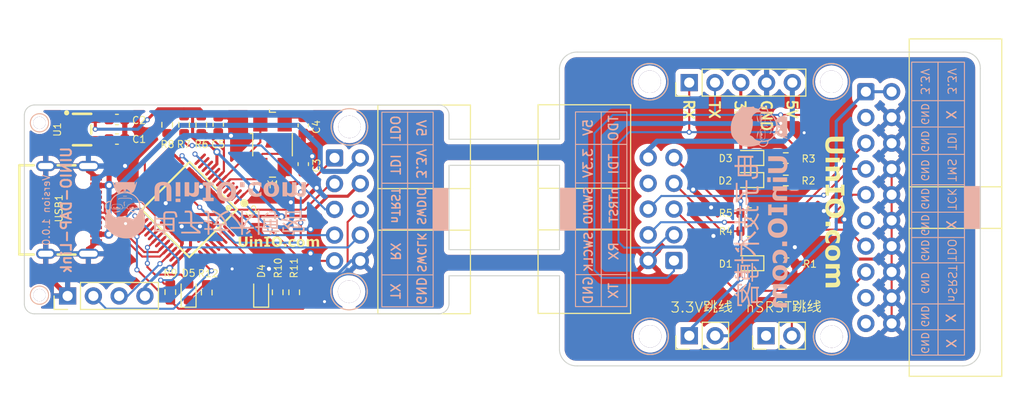
<source format=kicad_pcb>
(kicad_pcb (version 20211014) (generator pcbnew)
  (title_block (title "UINIO-DAP-Link") (date "2022-10-26") (rev "Version 1.0.0") (company "电子技术博客 UinIO.com"))
  (layers (0 "F.Cu" signal) (31 "B.Cu" signal) (34 "B.Paste" user) (35 "F.Paste" user) (36 "B.SilkS" user "B.Silkscreen") (37 "F.SilkS" user "F.Silkscreen") (38 "B.Mask" user) (39 "F.Mask" user) (44 "Edge.Cuts" user))
  (net 0 "")
  (net 1 "GND")
  (net 2 "Net-(C1-Pad2)")
  (net 3 "/VDD_3.3V")
  (net 4 "Net-(C3-Pad2)")
  (net 5 "Net-(C4-Pad2)")
  (net 6 "Net-(D1-Pad1)")
  (net 7 "/3.3V_Input")
  (net 8 "Net-(D2-Pad1)")
  (net 9 "Net-(D3-Pad1)")
  (net 10 "/_USART2_RX")
  (net 11 "/_USART2_TX")
  (net 12 "/3.3V_Output")
  (net 13 "/nTRST")
  (net 14 "/RTCK")
  (net 15 "/_VDD_5V")
  (net 16 "/_VDD_3.3V")
  (net 17 "/_JTAG_TMS{slash}SWDIO")
  (net 18 "/_JTAG_TCK{slash}SWCLK")
  (net 19 "/Download_SWCLK")
  (net 20 "/Download_SWDIO")
  (net 21 "/USART2_TX")
  (net 22 "/USART2_RX")
  (net 23 "/JTAG_nTRST")
  (net 24 "/JTAG_TDO")
  (net 25 "/JTAG_TDI")
  (net 26 "/JTAG_TCK{slash}SWCLK")
  (net 27 "/JTAG_TMS{slash}SWDIO")
  (net 28 "/VDD_5V")
  (net 29 "/_JTAG_TDO")
  (net 30 "/_JTAG_TDI")
  (net 31 "/BOOT1")
  (net 32 "Net-(C5-Pad1)")
  (net 33 "Net-(R9-Pad2)")
  (net 34 "Net-(R10-Pad1)")
  (net 35 "/USB_ENUM")
  (net 36 "Net-(D4-Pad1)")
  (net 37 "/USB_Data_N")
  (net 38 "/USB_Data_P")
  (net 39 "Net-(D4-Pad2)")
  (net 44 "Net-(D5-Pad1)")
  (net 45 "Net-(D5-Pad2)")
  (net 49 "Net-(U2-Pad5)")
  (net 50 "Net-(U2-Pad6)")
  (net 67 "Net-(J5-Pad7)")
  (net 68 "Net-(J5-Pad9)")
  (net 71 "/_JTAG_nSRST_Output")
  (net 72 "/_JTAG_nSRST_Input")
  (footprint "Connector_PinHeader_2.54mm:PinHeader_1x04_P2.54mm_Vertical" (layer "F.Cu") (at 106.94 115.94 90)
    (fp_text reference "J6" hide)
    (fp_text value "DAPLink 固件下载接口")
  )
  (footprint "Uinio:Hole-1mm" (layer "F.Cu") (at 104.17 115.86)
    (fp_text reference "HOLE2" hide)
    (fp_text value "Hole-1mm" hide)
  )
  (footprint "Connector_IDC:IDC-Header_2x05_P2.54mm_Horizontal" (layer "F.Cu") (at 133.24 102.32)
    (fp_text reference "J7" hide)
    (fp_text value "JTAG/SWD 下载接口")
  )
  (footprint "LOGO" (layer "F.Cu") (at 182.58 107.65 -90)
    (fp_text reference "")
    (fp_text value "" hide)
  )
  (footprint "LED_SMD:LED_0603_1608Metric" (layer "F.Cu") (at 174.05 112.71 180)
    (fp_text reference "D1")
    (fp_text value "LED_Red")
  )
  (footprint "Capacitor_SMD:C_0603_1608Metric" (layer "F.Cu") (at 130.16 102.934 -90)
    (fp_text reference "C3")
    (fp_text value "20pF")
  )
  (footprint "Resistor_SMD:R_0603_1608Metric" (layer "F.Cu") (at 129.265 115.58 -90)
    (fp_text reference "R11")
    (fp_text value "10K")
  )
  (footprint "Capacitor_SMD:C_0603_1608Metric" (layer "F.Cu") (at 111.8 98.534)
    (fp_text reference "C2")
    (fp_text value "10uF")
  )
  (footprint "Resistor_SMD:R_0603_1608Metric" (layer "F.Cu") (at 177.699 104.55)
    (fp_text reference "R2")
    (fp_text value "1.5K")
  )
  (footprint "Uinio:Hole-2mm" (layer "F.Cu") (at 182.194 94.81)
    (fp_text reference "HOLE8" hide)
    (fp_text value "Hole-2mm" hide)
  )
  (footprint "LED_SMD:LED_0603_1608Metric" (layer "F.Cu") (at 174.04 102.33 180)
    (fp_text reference "D3")
    (fp_text value "LED_Blue")
  )
  (footprint "Uinio:Hole-2mm" (layer "F.Cu") (at 182.214 119.95)
    (fp_text reference "HOLE7" hide)
    (fp_text value "Hole-2mm" hide)
  )
  (footprint "Capacitor_SMD:C_0603_1608Metric" (layer "F.Cu") (at 121.783334 99.05 90)
    (fp_text reference "C5")
    (fp_text value "0.1uF")
  )
  (footprint "Connector_IDC:IDC-Header_2x10_P2.54mm_Horizontal" (layer "F.Cu") (at 185.5885 95.792)
    (fp_text reference "J2" hide)
    (fp_text value "扩展板 JTAG 输出")
  )
  (footprint "Crystal:Crystal_SMD_0603-4Pin_6.0x3.5mm" (layer "F.Cu") (at 127.13 101.02 -90)
    (fp_text reference "Y1")
    (fp_text value "Crystal_GND24")
  )
  (footprint "LOGO" (layer "F.Cu") (at 127.75 110.57)
    (fp_text reference "")
    (fp_text value "" hide)
  )
  (footprint "LED_SMD:LED_0603_1608Metric" (layer "F.Cu") (at 126.01 115.56 90)
    (fp_text reference "D4")
    (fp_text value "LED_Blue")
  )
  (footprint "Resistor_SMD:R_0603_1608Metric" (layer "F.Cu") (at 177.699 102.34)
    (fp_text reference "R3")
    (fp_text value "1.5K")
  )
  (footprint "Resistor_SMD:R_0603_1608Metric" (layer "F.Cu") (at 120.65 115.6 -90)
    (fp_text reference "R12")
    (fp_text value "10K")
  )
  (footprint "Uinio:SOT-23-5_L3.0-W1.7-P0.95-LS2.8-BR" (layer "F.Cu") (at 108.37 99.524 180)
    (fp_text reference "U1")
    (fp_text value "ME6211")
  )
  (footprint "Connector_PinHeader_2.54mm:PinHeader_1x02_P2.54mm_Vertical" (layer "F.Cu") (at 168.195 119.864 90)
    (fp_text reference "J4" hide)
    (fp_text value "3.3V 跳线选择")
  )
  (footprint "LED_SMD:LED_0603_1608Metric" (layer "F.Cu") (at 118.86 115.56 90)
    (fp_text reference "D5")
    (fp_text value "LED_Red")
  )
  (footprint "Capacitor_SMD:C_0603_1608Metric" (layer "F.Cu") (at 111.8 100.464 180)
    (fp_text reference "C1")
    (fp_text value "10nF")
  )
  (footprint "Uinio:Hole-1mm" (layer "F.Cu") (at 104.17 98.86)
    (fp_text reference "HOLE1" hide)
    (fp_text value "Hole-1mm" hide)
  )
  (footprint "Resistor_SMD:R_0603_1608Metric" (layer "F.Cu") (at 120.11 99.05 90)
    (fp_text reference "R6")
    (fp_text value "10K")
  )
  (footprint "Connector_IDC:IDC-Header_2x05_P2.54mm_Horizontal" (layer "F.Cu") (at 166.6815 112.45 180)
    (fp_text reference "J5" hide)
    (fp_text value "扩展板 SWD 输入")
  )
  (footprint "Uinio:LQFP-48_L7.0-W7.0-P0.50-LS9.0" (layer "F.Cu") (at 118.941829 107.4 135)
    (fp_text reference "U2")
    (fp_text value "STM32F103C8T6")
  )
  (footprint "Uinio:Hole-2mm" (layer "F.Cu") (at 164.334 119.92)
    (fp_text reference "HOLE6" hide)
    (fp_text value "Hole-2mm" hide)
  )
  (footprint "Uinio:USB-C-SMD_TYPEC-304J-BCP16" (layer "F.Cu") (at 107.27 107.45 -90)
    (fp_text reference "USB1")
    (fp_text value "USB_Type_C_16Pin")
  )
  (footprint "Connector_PinHeader_2.54mm:PinHeader_1x05_P2.54mm_Vertical" (layer "F.Cu") (at 168.185 94.894 90)
    (fp_text reference "J1" hide)
    (fp_text value "扩展板串口 & 电源输出")
  )
  (footprint "Resistor_SMD:R_0603_1608Metric" (layer "F.Cu") (at 174.06 107.77 180)
    (fp_text reference "R5")
    (fp_text value "22R")
  )
  (footprint "Uinio:Hole-2mm" (layer "F.Cu") (at 134.71 99.26)
    (fp_text reference "HOLE4" hide)
    (fp_text value "Hole-2mm" hide)
  )
  (footprint "Resistor_SMD:R_0603_1608Metric" (layer "F.Cu") (at 118.42 99.05 90)
    (fp_text reference "R7")
    (fp_text value "10K")
  )
  (footprint "Uinio:Hole-2mm" (layer "F.Cu") (at 164.294 94.81)
    (fp_text reference "HOLE5" hide)
    (fp_text value "Hole-2mm" hide)
  )
  (footprint "LED_SMD:LED_0603_1608Metric" (layer "F.Cu") (at 174.04 104.51 180)
    (fp_text reference "D2")
    (fp_text value "LED_Blue")
  )
  (footprint "Uinio:Hole-2mm" (layer "F.Cu") (at 134.67 115.51)
    (fp_text reference "HOLE3" hide)
    (fp_text value "Hole-2mm" hide)
  )
  (footprint "Capacitor_SMD:C_0603_1608Metric" (layer "F.Cu") (at 130.16 99.114 90)
    (fp_text reference "C4")
    (fp_text value "20pF")
  )
  (footprint "Resistor_SMD:R_0603_1608Metric" (layer "F.Cu") (at 116.75 99.05 90)
    (fp_text reference "R8")
    (fp_text value "10K")
  )
  (footprint "Resistor_SMD:R_0603_1608Metric" (layer "F.Cu") (at 117.06 115.56 90)
    (fp_text reference "R9")
    (fp_text value "100R")
  )
  (footprint "Resistor_SMD:R_0603_1608Metric" (layer "F.Cu") (at 177.76 112.71 180)
    (fp_text reference "R1")
    (fp_text value "1.5K")
  )
  (footprint "Resistor_SMD:R_0603_1608Metric" (layer "F.Cu") (at 174.06 109.55 180)
    (fp_text reference "R4")
    (fp_text value "22R")
  )
  (footprint "Connector_PinHeader_2.54mm:PinHeader_1x02_P2.54mm_Vertical" (layer "F.Cu") (at 175.755 119.864 90)
    (fp_text reference "J3" hide)
    (fp_text value "JTAG_nTRST 跳线选择")
  )
  (footprint "Resistor_SMD:R_0603_1608Metric" (layer "F.Cu") (at 127.64 115.58 -90)
    (fp_text reference "R10")
    (fp_text value "10K")
  )
  (footprint "LOGO" (layer "B.Cu") (at 120.518269 107.428475)
    (fp_text reference "")
    (fp_text value "" hide)
  )
  (footprint "LOGO" (layer "B.Cu") (at 175.12 107.17 -90)
    (fp_text reference "")
    (fp_text value "" hide)
  )
  (gr_line (start 190.1 104.974517) (end 195.3 104.974517) (layer "B.SilkS") (width 0.1))
  (gr_line (start 190.1 112.674517) (end 195.3 112.674517) (layer "B.SilkS") (width 0.1))
  (gr_line (start 156.985 104.796668) (end 162.035 104.796668) (layer "B.SilkS") (width 0.1))
  (gr_line (start 137.905 109.343332) (end 142.955 109.343332) (layer "B.SilkS") (width 0.1))
  (gr_rect (start 137.9 97.81) (end 142.96 117.01) (layer "B.SilkS") (width 0.1) (fill none))
  (gr_line (start 156.98 100.986668) (end 162.015 100.986668) (layer "B.SilkS") (width 0.1))
  (gr_rect (start 156.98 97.786668) (end 162.04 116.986668) (layer "B.SilkS") (width 0.1) (fill none))
  (gr_line (start 190.1 119.274517) (end 195.3 119.274517) (layer "B.SilkS") (width 0.1))
  (gr_line (start 159.52 97.776668) (end 159.52 116.976668) (layer "B.SilkS") (width 0.1))
  (gr_line (start 190.1 101.974517) (end 195.3 101.974517) (layer "B.SilkS") (width 0.1))
  (gr_line (start 190.1 96.674517) (end 195.3 96.674517) (layer "B.SilkS") (width 0.1))
  (gr_line (start 137.905 104.82) (end 142.955 104.82) (layer "B.SilkS") (width 0.1))
  (gr_line (start 190.1 110.174517) (end 195.3 110.174517) (layer "B.SilkS") (width 0.1))
  (gr_line (start 190.1 116.724517) (end 195.3 116.724517) (layer "B.SilkS") (width 0.1))
  (gr_rect (start 142.955 105.34) (end 144.515 109.46) (layer "B.SilkS") (width 0.1) (fill solid))
  (gr_rect (start 190.1 92.874517) (end 195.3 121.774517) (layer "B.SilkS") (width 0.1) (fill none))
  (gr_line (start 190.1 107.674517) (end 195.3 107.674517) (layer "B.SilkS") (width 0.1))
  (gr_rect (start 195.34 105.15) (end 196.87 109.27) (layer "B.SilkS") (width 0.1) (fill solid))
  (gr_line (start 190.1 99.274517) (end 195.3 99.274517) (layer "B.SilkS") (width 0.1))
  (gr_line (start 137.885 101.01) (end 142.935 101.01) (layer "B.SilkS") (width 0.1))
  (gr_rect (start 155.4 105.316668) (end 156.98 109.436668) (layer "B.SilkS") (width 0.1) (fill solid))
  (gr_line (start 156.975 113.836668) (end 162.025 113.836668) (layer "B.SilkS") (width 0.1))
  (gr_line (start 156.985 109.32) (end 162.035 109.32) (layer "B.SilkS") (width 0.1))
  (gr_line (start 140.44 97.8) (end 140.44 117) (layer "B.SilkS") (width 0.1))
  (gr_line (start 137.895 113.86) (end 142.945 113.86) (layer "B.SilkS") (width 0.1))
  (gr_line (start 192.7 92.874517) (end 192.7 121.774517) (layer "B.SilkS") (width 0.1))
  (gr_line (start 144.52 103.05) (end 155.41 103.05) (layer "Edge.Cuts") (width 0.1))
  (gr_arc (start 102.68 98.06) (mid 102.987286 97.386407) (end 103.67 97.1) (layer "Edge.Cuts") (width 0.1))
  (gr_line (start 196.864 93.52) (end 196.864 121.27) (layer "Edge.Cuts") (width 0.1))
  (gr_line (start 103.67 117.7) (end 143.47 117.7) (layer "Edge.Cuts") (width 0.1))
  (gr_arc (start 143.42 97.1) (mid 144.195891 97.358999) (end 144.52 98.11) (layer "Edge.Cuts") (width 0.1))
  (gr_line (start 155.41 100.48) (end 155.4 93.499) (layer "Edge.Cuts") (width 0.1))
  (gr_arc (start 195.19 91.884) (mid 196.386612 92.334025) (end 196.864 93.52) (layer "Edge.Cuts") (width 0.1))
  (gr_line (start 155.41 103.05) (end 155.4 111.38) (layer "Edge.Cuts") (width 0.1))
  (gr_line (start 144.52 113.95) (end 155.41 113.95) (layer "Edge.Cuts") (width 0.1))
  (gr_arc (start 144.52 116.61) (mid 144.234627 117.385818) (end 143.47 117.7) (layer "Edge.Cuts") (width 0.1))
  (gr_arc (start 196.864 121.27) (mid 196.311165 122.385345) (end 195.15 122.834) (layer "Edge.Cuts") (width 0.1))
  (gr_line (start 144.52 103.05) (end 144.52 111.38) (layer "Edge.Cuts") (width 0.1))
  (gr_line (start 144.52 98.11) (end 144.52 100.48) (layer "Edge.Cuts") (width 0.1))
  (gr_line (start 157.19 91.884) (end 195.19 91.884) (layer "Edge.Cuts") (width 0.1))
  (gr_line (start 155.41 113.95) (end 155.4 121.249) (layer "Edge.Cuts") (width 0.1))
  (gr_arc (start 103.67 117.7) (mid 102.981443 117.426697) (end 102.68 116.75) (layer "Edge.Cuts") (width 0.1))
  (gr_line (start 155.4 111.38) (end 144.52 111.38) (layer "Edge.Cuts") (width 0.1))
  (gr_line (start 144.52 100.48) (end 155.41 100.48) (layer "Edge.Cuts") (width 0.1))
  (gr_line (start 144.52 116.61) (end 144.52 113.95) (layer "Edge.Cuts") (width 0.1))
  (gr_line (start 103.67 97.1) (end 143.42 97.1) (layer "Edge.Cuts") (width 0.1))
  (gr_line (start 157.15 122.834) (end 195.15 122.834) (layer "Edge.Cuts") (width 0.1))
  (gr_arc (start 157.15 122.834) (mid 155.946768 122.403904) (end 155.4 121.249) (layer "Edge.Cuts") (width 0.1))
  (gr_line (start 102.68 98.06) (end 102.68 116.75) (layer "Edge.Cuts") (width 0.1))
  (gr_arc (start 155.4 93.499) (mid 155.964891 92.325642) (end 157.19 91.884) (layer "Edge.Cuts") (width 0.1))
  (gr_text "X" (at 194 118.124517 90) (layer "B.SilkS") (effects (font (size 0.9 0.9)) (justify mirror)))
  (gr_text "GND" (at 191.4 100.7 270) (layer "B.SilkS") (effects (font (size 0.7 0.7) (thickness 0.1)) (justify mirror)))
  (gr_text "GND" (at 191.4 117.95 270) (layer "B.SilkS") (effects (font (size 0.7 0.7) (thickness 0.1)) (justify mirror)))
  (gr_text "SWDIO" (at 158.23 107.016668 90) (layer "B.SilkS") (effects (font (size 0.8 0.8)) (justify mirror)))
  (gr_text "5V" (at 141.76 99.39 270) (layer "B.SilkS") (effects (font (size 0.9 0.9)) (justify mirror)))
  (gr_text "GND" (at 191.4 106.35 270) (layer "B.SilkS") (effects (font (size 0.7 0.7) (thickness 0.1)) (justify mirror)))
  (gr_text "RX" (at 160.75 111.516668 90) (layer "B.SilkS") (effects (font (size 0.9 0.9)) (justify mirror)))
  (gr_text "TCK" (at 194.05 106.386418 270) (layer "B.SilkS") (effects (font (size 0.8 0.8) (thickness 0.1)) (justify mirror)))
  (gr_text "3.3V" (at 191.4 94.8 270) (layer "B.SilkS") (effects (font (size 0.8 0.8) (thickness 0.1)) (justify mirror)))
  (gr_text "SWDIO" (at 141.78 107.08 270) (layer "B.SilkS") (effects (font (size 0.8 0.8)) (justify mirror)))
  (gr_text "TDI" (at 194.05 100.674517 270) (layer "B.SilkS") (effects (font (size 0.8 0.8) (thickness 0.1)) (justify mirror)))
  (gr_text "GND" (at 191.4 103.55 270) (layer "B.SilkS") (effects (font (size 0.7 0.7) (thickness 0.1)) (justify mirror)))
  (gr_text "GND" (at 141.77 115.44 270) (layer "B.SilkS") (effects (font (size 0.9 0.9)) (justify mirror)))
  (gr_text "nTRST" (at 160.76 106.966668 90) (layer "B.SilkS") (effects (font (size 0.8 0.8)) (justify mirror)))
  (gr_text "GND" (at 191.4 98 270) (layer "B.SilkS") (effects (font (size 0.7 0.7) (thickness 0.1)) (justify mirror)))
  (gr_text "5V" (at 158.21 99.326668 90) (layer "B.SilkS") (effects (font (size 0.9 0.9)) (justify mirror)))
  (gr_text "3.3V" (at 141.76 102.9 270) (layer "B.SilkS") (effects (font (size 0.9 0.9)) (justify mirror)))
  (gr_text "X" (at 194.05 108.926894 90) (layer "B.SilkS") (effects (font (size 0.9 0.9)) (justify mirror)))
  (gr_text "UINIO-DAP-Link" (at 106.81 107.47 90) (layer "B.SilkS") (effects (font (size 1 1) (thickness 0.2)) (justify mirror)))
  (gr_text "nSRST" (at 194.1 114.724517 270) (layer "B.SilkS") (effects (font (size 0.8 0.8) (thickness 0.1)) (justify mirror)))
  (gr_text "3.3V" (at 194.05 94.774517 270) (layer "B.SilkS") (effects (font (size 0.8 0.8) (thickness 0.1)) (justify mirror)))
  (gr_text "TDO" (at 160.72 99.386668 90) (layer "B.SilkS") (effects (font (size 0.9 0.9)) (justify mirror)))
  (gr_text "TX" (at 139.2 115.48 270) (layer "B.SilkS") (effects (font (size 0.9 0.9)) (justify mirror)))
  (gr_text "Version 1.0.0" (at 104.84 107.47 90) (layer "B.SilkS") (effects (font (size 0.7 0.7) (thickness 0.1)) (justify mirror)))
  (gr_text "RX" (at 139.23 111.57 270) (layer "B.SilkS") (effects (font (size 0.9 0.9)) (justify mirror)))
  (gr_text "TMS" (at 194.05 103.524517 270) (layer "B.SilkS") (effects (font (size 0.8 0.8) (thickness 0.1)) (justify mirror)))
  (gr_text "TDO" (at 194.05 111.424517 270) (layer "B.SilkS") (effects (font (size 0.8 0.8) (thickness 0.1)) (justify mirror)))
  (gr_text "X" (at 194.05 120.624517 90) (layer "B.SilkS") (effects (font (size 0.9 0.9)) (justify mirror)))
  (gr_text "X" (at 194.05 98.074517 90) (layer "B.SilkS") (effects (font (size 0.9 0.9)) (justify mirror)))
  (gr_text "GND" (at 191.4 120.574517 270) (layer "B.SilkS") (effects (font (size 0.7 0.7) (thickness 0.1)) (justify mirror)))
  (gr_text "TX" (at 160.72 115.426668 90) (layer "B.SilkS") (effects (font (size 0.9 0.9)) (justify mirror)))
  (gr_text "GND" (at 191.4 114.66 270) (layer "B.SilkS") (effects (font (size 0.7 0.7) (thickness 0.1)) (justify mirror)))
  (gr_text "GND" (at 191.4 108.95 270) (layer "B.SilkS") (effects (font (size 0.7 0.7) (thickness 0.1)) (justify mirror)))
  (gr_text "3.3V" (at 158.21 102.836668 90) (layer "B.SilkS") (effects (font (size 0.9 0.9)) (justify mirror)))
  (gr_text "SWCLK" (at 158.26 111.586668 90) (layer "B.SilkS") (effects (font (size 0.8 0.8)) (justify mirror)))
  (gr_text "SWCLK" (at 141.81 111.65 270) (layer "B.SilkS") (effects (font (size 0.8 0.8)) (justify mirror)))
  (gr_text "TDI" (at 139.22 102.98 270) (layer "B.SilkS") (effects (font (size 0.9 0.9)) (justify mirror)))
  (gr_text "nTRST" (at 139.24 107.02 270) (layer "B.SilkS") (effects (font (size 0.8 0.8)) (justify mirror)))
  (gr_text "TDI" (at 160.74 102.926668 90) (layer "B.SilkS") (effects (font (size 0.9 0.9)) (justify mirror)))
  (gr_text "TDO" (at 139.2 99.41 270) (layer "B.SilkS") (effects (font (size 0.9 0.9)) (justify mirror)))
  (gr_text "GND" (at 191.4 111.45 270) (layer "B.SilkS") (effects (font (size 0.7 0.7) (thickness 0.1)) (justify mirror)))
  (gr_text "GND" (at 158.22 115.376668 90) (layer "B.SilkS") (effects (font (size 0.9 0.9)) (justify mirror)))
  (gr_text "GND" (at 175.78 98.15 270) (layer "F.SilkS") (effects (font (size 1 1) (thickness 0.2))))
  (gr_text "3.3V跳线" (at 169.43 117.07) (layer "F.SilkS") (effects (font (size 1 1) (thickness 0.1))))
  (gr_text "5V" (at 178.31 97.52 270) (layer "F.SilkS") (effects (font (size 1 1) (thickness 0.2))))
  (gr_text "3.3V" (at 173.19 98.29 270) (layer "F.SilkS") (effects (font (size 1 1) (thickness 0.2))))
  (gr_text "nSRST跳线" (at 177.51 117.05) (layer "F.SilkS") (effects (font (size 1 1) (thickness 0.1))))
  (gr_text "TX" (at 170.66 97.58 270) (layer "F.SilkS") (effects (font (size 1 1) (thickness 0.2))))
  (gr_text "RX" (at 168.14 97.55 270) (layer "F.SilkS") (effects (font (size 1 1) (thickness 0.2))))
  (segment (start 130.07 106.7) (end 128.94 106.7) (width 0.3) (layer "F.Cu") (net 1))
  (segment (start 104.789 103.125) (end 104.789 111.775) (width 0.5) (layer "F.Cu") (net 1))
  (segment (start 123.15 113.27) (end 123.15 115.52) (width 0.3) (layer "F.Cu") (net 1))
  (segment (start 126.78 113.27) (end 126.78 112.056191) (width 0.3) (layer "F.Cu") (net 1))
  (segment (start 131.48 105.29) (end 130.07 106.7) (width 0.3) (layer "F.Cu") (net 1))
  (segment (start 178.585 111.135) (end 178.585 112.71) (width 0.3) (layer "F.Cu") (net 1))
  (segment (start 114.345635 105.985786) (end 115.149849 106.79) (width 0.3) (layer "F.Cu") (net 1))
  (segment (start 126.78 112.056191) (end 123.538023 108.814214) (width 0.3) (layer "F.Cu") (net 1))
  (segment (start 121.415534 103.864466) (end 120.1 105.16) (width 0.3) (layer "F.Cu") (net 1))
  (segment (start 123.04 98.76) (end 122.555 98.275) (width 0.2) (layer "F.Cu") (net 1))
  (segment (start 130.88 115.65) (end 130.125 116.405) (width 0.3) (layer "F.Cu") (net 1))
  (segment (start 114.511 100.464) (end 112.575 100.464) (width 0.2) (layer "F.Cu") (net 1))
  (segment (start 130.88 113.24) (end 130.88 115.65) (width 0.3) (layer "F.Cu") (net 1))
  (segment (start 130.16 102.159) (end 130.16 99.889) (width 0.2) (layer "F.Cu") (net 1))
  (segment (start 104.789 111.775) (end 104.789 113.789) (width 0.5) (layer "F.Cu") (net 1))
  (segment (start 175.805 97.515) (end 177.2 98.91) (width 0.2) (layer "F.Cu") (net 1))
  (segment (start 179.58 111.13) (end 180.75 112.3) (width 0.3) (layer "F.Cu") (net 1))
  (segment (start 104.789 103.125) (end 108.989 103.125) (width 0.5) (layer "F.Cu") (net 1))
  (segment (start 115.149849 106.79) (end 116.61 106.79) (width 0.3) (layer "F.Cu") (net 1))
  (segment (start 131.04 100.769) (end 130.16 99.889) (width 0.2) (layer "F.Cu") (net 1))
  (segment (start 122.245 116.425) (end 120.65 116.425) (width 0.3) (layer "F.Cu") (net 1))
  (segment (start 131.48 105.28) (end 131.48 105.29) (width 0.3) (layer "F.Cu") (net 1))
  (segment (start 104.789 113.789) (end 106.94 115.94) (width 0.5) (layer "F.Cu") (net 1))
  (segment (start 116.75 98.225) (end 114.511 100.464) (width 0.2) (layer "F.Cu") (net 1))
  (segment (start 127.64 116.405) (end 129.265 116.405) (width 0.2) (layer "F.Cu") (net 1))
  (segment (start 112.575 98.534) (end 112.575 100.464) (width 0.4) (layer "F.Cu") (net 1))
  (segment (start 178.59 98.91) (end 179.51 99.83) (width 0.2) (layer "F.Cu") (net 1))
  (segment (start 104.789 100.821) (end 104.789 103.125) (width 0.5) (layer "F.Cu") (net 1))
  (segment (start 108.989 111.775) (end 108.989 111.412) (width 0.5) (layer "F.Cu") (net 1))
  (segment (start 130.125 116.405) (end 129.265 116.405) (width 0.3) (layer "F.Cu") (net 1))
  (segment (start 168.57 105.44) (end 170.34 107.21) (width 0.2) (layer "F.Cu") (net 1))
  (segment (start 108.989 103.488) (end 109.751 104.25) (width 0.5) (layer "F.Cu") (net 1))
  (segment (start 178.59 111.13) (end 178.585 111.135) (width 0.3) (layer "F.Cu") (net 1))
  (segment (start 188.1285 105.952) (end 188.1285 118.652) (width 0.2) (layer "F.Cu") (net 1))
  (segment (start 112.6 103.11) (end 112.6 104.240151) (width 0.5) (layer "F.Cu") (net 1))
  (segment (start 112.6 103.11) (end 112.6 100.489) (width 0.5) (layer "F.Cu") (net 1))
  (segment (start 112.6 104.240151) (end 114.345635 105.985786) (width 0.5) (layer "F.Cu") (net 1))
  (segment (start 175.805 94.894) (end 175.805 97.515) (width 0.2) (layer "F.Cu") (net 1))
  (segment (start 177.2 98.91) (end 178.59 98.91) (width 0.2) (layer "F.Cu") (net 1))
  (segment (start 108.989 103.125) (end 108.989 103.488) (width 0.5) (layer "F.Cu") (net 1))
  (segment (start 180.75 112.3) (end 186.8605 112.3) (width 0.3) (layer "F.Cu") (net 1))
  (segment (start 107.07 99.524) (end 106.086 99.524) (width 0.5) (layer "F.Cu") (net 1))
  (segment (start 118.18 109.08) (end 118.17 109.09) (width 0.3) (layer "F.Cu") (net 1))
  (segment (start 186.8605 112.3) (end 188.1285 111.032) (width 0.3) (layer "F.Cu") (net 1))
  (segment (start 179.51 99.83) (end 179.51 99.84) (width 0.2) (layer "F.Cu") (net 1))
  (segment (start 131.04 102.16) (end 131.04 100.769) (width 0.2) (layer "F.Cu") (net 1))
  (segment (start 130.88 109.35) (end 130.88 111.74) (width 0.3) (layer "F.Cu") (net 1))
  (segment (start 123.15 115.52) (end 122.245 116.425) (width 0.3) (layer "F.Cu") (net 1))
  (segment (start 188.1285 103.412) (end 188.1285 105.952) (width 0.2) (layer "F.Cu") (net 1))
  (segment (start 178.59 111.13) (end 179.58 111.13) (width 0.3) (layer "F.Cu") (net 1))
  (segment (start 104.789 111.775) (end 108.989 111.775) (width 0.5) (layer "F.Cu") (net 1))
  (segment (start 106.086 99.524) (end 104.789 100.821) (width 0.5) (layer "F.Cu") (net 1))
  (segment (start 123.04 100.14) (end 123.04 98.76) (width 0.2) (layer "F.Cu") (net 1))
  (segment (start 122.555 98.275) (end 121.783334 98.275) (width 0.2) (layer "F.Cu") (net 1))
  (segment (start 108.989 111.412) (end 109.751 110.65) (width 0.5) (layer "F.Cu") (net 1))
  (segment (start 118.17 111.353809) (end 117.527615 111.996194) (width 0.3) (layer "F.Cu") (net 1))
  (segment (start 118.17 109.09) (end 118.17 111.353809) (width 0.3) (layer "F.Cu") (net 1))
  (via (at 130.88 113.24) (size 0.7) (drill 0.4) (layers "F.Cu" "B.Cu") (net 1))
  (via (at 130.88 109.35) (size 0.7) (drill 0.4) (layers "F.Cu" "B.Cu") (net 1))
  (via (at 168.57 105.44) (size 0.7) (drill 0.4) (layers "F.Cu" "B.Cu") (net 1))
  (via (at 120.1 105.16) (size 0.7) (drill 0.4) (layers "F.Cu" "B.Cu") (net 1))
  (via (at 170.57 110.02) (size 0.7) (drill 0.4) (layers "F.Cu" "B.Cu") (net 1))
  (via (at 131.04 102.16) (size 0.7) (drill 0.4) (layers "F.Cu" "B.Cu") (net 1))
  (via (at 131.48 105.28) (size 0.7) (drill 0.4) (layers "F.Cu" "B.Cu") (net 1))
  (via (at 118.18 109.08) (size 0.7) (drill 0.4) (layers "F.Cu" "B.Cu") (net 1))
  (via (at 116.61 106.79) (size 0.7) (drill 0.4) (layers "F.Cu" "B.Cu") (net 1))
  (via (at 126.78 113.27) (size 0.7) (drill 0.4) (layers "F.Cu" "B.Cu") (net 1))
  (via (at 179.51 99.84) (size 0.5) (drill 0.3) (layers "F.Cu" "B.Cu") (net 1))
  (via (at 132.252344 116.497457) (size 0.5) (drill 0.3) (layers "F.Cu" "B.Cu") (net 1))
  (via (at 130.88 111.74) (size 0.7) (drill 0.4) (layers "F.Cu" "B.Cu") (net 1))
  (via (at 170.34 107.21) (size 0.7) (drill 0.4) (layers "F.Cu" "B.Cu") (net 1))
  (via (at 119.98 109.07) (size 0.7) (drill 0.4) (layers "F.Cu" "B.Cu") (net 1))
  (via (at 128.94 106.7) (size 0.7) (drill 0.4) (layers "F.Cu" "B.Cu") (net 1))
  (via (at 123.04 100.14) (size 0.7) (drill 0.4) (layers "F.Cu" "B.Cu") (net 1))
  (via (at 183.47 108.39) (size 0.7) (drill 0.4) (layers "F.Cu" "B.Cu") (net 1))
  (via (at 112.6 103.11) (size 0.7) (drill 0.4) (layers "F.Cu" "B.Cu") (net 1))
  (via (at 177.2 98.91) (size 0.5) (drill 0.3) (layers "F.Cu" "B.Cu") (net 1))
  (via (at 123.15 113.27) (size 0.5) (drill 0.3) (layers "F.Cu" "B.Cu") (net 1))
  (via (at 178.59 111.13) (size 0.7) (drill 0.4) (layers "F.Cu" "B.Cu") (net 1))
  (via (at 128.95 109.35) (size 0.7) (drill 0.4) (layers "F.Cu" "B.Cu") (net 1))
  (via (at 181.45 107.56) (size 0.7) (drill 0.4) (layers "F.Cu" "B.Cu") (net 1))
  (segment (start 128.94 109.34) (end 128.95 109.35) (width 0.3) (layer "B.Cu") (net 1))
  (segment (start 126.77 113.26) (end 123.16 113.26) (width 0.3) (layer "B.Cu") (net 1))
  (segment (start 117.12 101.17) (end 118.15 100.14) (width 0.3) (layer "B.Cu") (net 1))
  (segment (start 118.17 109.07) (end 118.17 106.93) (width 0.3) (layer "B.Cu") (net 1))
  (segment (start 123.16 113.26) (end 123.15 113.27) (width 0.3) (layer "B.Cu") (net 1))
  (segment (start 131.04 104.84) (end 131.48 105.28) (width 0.2) (layer "B.Cu") (net 1))
  (segment (start 128.95 109.35) (end 130.88 109.35) (width 0.3) (layer "B.Cu") (net 1))
  (segment (start 178.59 111.13) (end 178.57 111.11) (width 0.3) (layer "B.Cu") (net 1))
  (segment (start 130.88 111.74) (end 130.88 113.24) (width 0.3) (layer "B.Cu") (net 1))
  (segment (start 117.12 102.19) (end 117.12 101.17) (width 0.3) (layer "B.Cu") (net 1))
  (segment (start 118.19 109.07) (end 118.18 109.08) (width 0.3) (layer "B.Cu") (net 1))
  (segment (start 165.4815 111.11) (end 164.1415 112.45) (width 0.3) (layer "B.Cu") (net 1))
  (segment (start 120.1 105.16) (end 119.93 105) (width 0.3) (layer "B.Cu") (net 1))
  (segment (start 118.18 109.08) (end 118.17 109.07) (width 0.3) (layer "B.Cu") (net 1))
  (segment (start 120.1 105.16) (end 118.49 106.79) (width 0.3) (layer "B.Cu") (net 1))
  (segment (start 126.79 113.26) (end 126.78 113.27) (width 0.3) (layer "B.Cu") (net 1))
  (segment (start 118.49 106.79) (end 118.03 106.79) (width 0.3) (layer "B.Cu") (net 1))
  (segment (start 126.78 113.27) (end 126.77 113.26) (width 0.3) (layer "B.Cu") (net 1))
  (segment (start 119.98 109.07) (end 118.19 109.07) (width 0.3) (layer "B.Cu") (net 1))
  (segment (start 130.88 113.24) (end 131.4 113.76) (width 0.3) (layer "B.Cu") (net 1))
  (segment (start 131.04 102.16) (end 131.04 104.84) (width 0.2) (layer "B.Cu") (net 1))
  (segment (start 108.989 103.125) (end 112.585 103.125) (width 0.5) (layer "B.Cu") (net 1))
  (segment (start 119.93 105) (end 117.12 102.19) (width 0.3) (layer "B.Cu") (net 1))
  (segment (start 118.15 100.14) (end 123.04 100.14) (width 0.3) (layer "B.Cu") (net 1))
  (segment (start 133.58 113.76) (end 134.86 112.48) (width 0.3) (layer "B.Cu") (net 1))
  (segment (start 131.4 113.76) (end 133.58 113.76) (width 0.3) (layer "B.Cu") (net 1))
  (segment (start 118.17 106.93) (end 118.03 106.79) (width 0.3) (layer "B.Cu") (net 1))
  (segment (start 130.86 113.26) (end 126.79 113.26) (width 0.3) (layer "B.Cu") (net 1))
  (segment (start 178.61 111.11) (end 178.59 111.13) (width 0.3) (layer "B.Cu") (net 1))
  (segment (start 116.61 106.79) (end 118.03 106.79) (width 0.3) (layer "B.Cu") (net 1))
  (segment (start 134.86 112.48) (end 135.78 112.48) (width 0.3) (layer "B.Cu") (net 1))
  (segment (start 130.88 113.24) (end 130.86 113.26) (width 0.3) (layer "B.Cu") (net 1))
  (segment (start 112.585 103.125) (end 112.6 103.11) (width 0.5) (layer "B.Cu") (net 1))
  (segment (start 178.57 111.11) (end 165.4815 111.11) (width 0.3) (layer "B.Cu") (net 1))
  (segment (start 128.94 106.7) (end 128.94 109.34) (width 0.3) (layer "B.Cu") (net 1))
  (segment (start 109.67 100.474) (end 111.015 100.474) (width 0.2) (layer "F.Cu") (net 2))
  (segment (start 120.11 97.63) (end 120.11 98.225) (width 0.3) (layer "F.Cu") (net 3))
  (segment (start 121.65 102.924062) (end 121.063149 103.510913) (width 0.3) (layer "F.Cu") (net 3))
  (segment (start 132.57 106.1) (end 134.54 106.1) (width 0.3) (layer "F.Cu") (net 3))
  (segment (start 127.96 108.08) (end 124.272236 108.08) (width 0.3) (layer "F.Cu") (net 3))
  (segment (start 117.010416 113.2205) (end 117.881169 112.349747) (width 0.3) (layer "F.Cu") (net 3))
  (segment (start 115.87 97.48) (end 118.4 97.48) (width 0.3) (layer "F.Cu") (net 3))
  (segment (start 119.05 111.180916) (end 119.05 108.03) (width 0.3) (layer "F.Cu") (net 3))
  (segment (start 119.77 100.81) (end 119.255 100.295) (width 0.3) (layer "F.Cu") (net 3))
  (segment (start 121.64 101.73) (end 120.72 100.81) (width 0.3) (layer "F.Cu") (net 3))
  (segment (start 121.65 101.73) (end 121.65 102.924062) (width 0.3) (layer "F.Cu") (net 3))
  (segment (start 118.93 107.91) (end 115.562742 107.91) (width 0.3) (layer "F.Cu") (net 3))
  (segment (start 125.06 105.19) (end 125.06 105.18) (width 0.2) (layer "F.Cu") (net 3))
  (segment (start 120.72 100.81) (end 119.77 100.81) (width 0.3) (layer "F.Cu") (net 3))
  (segment (start 134.54 106.1) (end 135.78 104.86) (width 0.3) (layer "F.Cu") (net 3))
  (segment (start 130.6 108.07) (end 132.57 106.1) (width 0.3) (layer "F.Cu") (net 3))
  (segment (start 119.05 108.03) (end 118.93 107.91) (width 0.3) (layer "F.Cu") (net 3))
  (segment (start 109.67 99.49) (end 109.67 98.574) (width 0.3) (layer "F.Cu") (net 3))
  (segment (start 124.272236 108.08) (end 123.891576 108.46066) (width 0.3) (layer "F.Cu") (net 3))
  (segment (start 119.255 100.295) (end 119.255 98.225) (width 0.3) (layer "F.Cu") (net 3))
  (segment (start 115.562742 107.91) (end 113.992082 106.33934) (width 0.3) (layer "F.Cu") (net 3))
  (segment (start 123.340916 107.91) (end 118.93 107.91) (width 0.3) (layer "F.Cu") (net 3))
  (segment (start 128.01 108.13) (end 128.07 108.07) (width 0.3) (layer "F.Cu") (net 3))
  (segment (start 117.881169 112.349747) (end 119.05 111.180916) (width 0.3) (layer "F.Cu") (net 3))
  (segment (start 121.65 101.73) (end 121.64 101.73) (width 0.3) (layer "F.Cu") (net 3))
  (segment (start 123.891576 108.46066) (end 123.340916 107.91) (width 0.3) (layer "F.Cu") (net 3))
  (segment (start 118.4 97.48) (end 118.4 98.205) (width 0.3) (layer "F.Cu") (net 3))
  (segment (start 123.91066 106.33934) (end 125.06 105.19) (width 0.2) (layer "F.Cu") (net 3))
  (segment (start 117 113.2205) (end 117.010416 113.2205) (width 0.3) (layer "F.Cu") (net 3))
  (segment (start 119.96 97.48) (end 120.11 97.63) (width 0.3) (layer "F.Cu") (net 3))
  (segment (start 114.79 98.56) (end 115.87 97.48) (width 0.3) (layer "F.Cu") (net 3))
  (segment (start 128.07 108.07) (end 130.6 108.07) (width 0.3) (layer "F.Cu") (net 3))
  (segment (start 128.01 108.13) (end 127.96 108.08) (width 0.3) (layer "F.Cu") (net 3))
  (segment (start 109.67 98.574) (end 110.985 98.574) (width 0.3) (layer "F.Cu") (net 3))
  (segment (start 118.4 97.48) (end 119.96 97.48) (width 0.3) (layer "F.Cu") (net 3))
  (segment (start 120.11 98.225) (end 119.255 98.225) (width 0.3) (layer "F.Cu") (net 3))
  (segment (start 119.255 98.225) (end 118.42 98.225) (width 0.3) (layer "F.Cu") (net 3))
  (via (at 117 113.2205) (size 0.7) (drill 0.4) (layers "F.Cu" "B.Cu") (net 3))
  (via (at 125.06 105.18) (size 0.7) (drill 0.4) (layers "F.Cu" "B.Cu") (net 3))
  (via (at 121.65 101.73) (size 0.7) (drill 0.4) (layers "F.Cu" "B.Cu") (net 3))
  (via (at 109.67 99.49) (size 0.5) (drill 0.3) (layers "F.Cu" "B.Cu") (net 3))
  (via (at 128.01 108.13) (size 0.7) (drill 0.4) (layers "F.Cu" "B.Cu") (net 3))
  (via (at 114.79 98.56) (size 0.5) (drill 0.3) (layers "F.Cu" "B.Cu") (net 3))
  (segment (start 116.3995 113.2205) (end 114.56 115.06) (width 0.3) (layer "B.Cu") (net 3))
  (segment (start 109.67 99.49) (end 113.86 99.49) (width 0.3) (layer "B.Cu") (net 3))
  (segment (start 128.01 108.13) (end 125.06 105.18) (width 0.3) (layer "B.Cu") (net 3))
  (segment (start 113.86 99.49) (end 114.79 98.56) (width 0.3) (layer "B.Cu") (net 3))
  (segment (start 125.06 105.18) (end 125.06 105.14) (width 0.3) (layer "B.Cu") (net 3))
  (segment (start 114.56 115.06) (end 114.56 115.65) (width 0.3) (layer "B.Cu") (net 3))
  (segment (start 125.06 105.14) (end 121.65 101.73) (width 0.3) (layer "B.Cu") (net 3))
  (segment (start 117 113.2205) (end 116.3995 113.2205) (width 0.3) (layer "B.Cu") (net 3))
  (segment (start 130.16 103.709) (end 129.36 102.909) (width 0.2) (layer "F.Cu") (net 4))
  (segment (start 126.15 101.92) (end 125.93 102.14) (width 0.2) (layer "F.Cu") (net 4))
  (segment (start 129.36 102.909) (end 129.36 102.12) (width 0.2) (layer "F.Cu") (net 4))
  (segment (start 125.93 102.14) (end 125.93 103.22) (width 0.2) (layer "F.Cu") (net 4))
  (segment (start 129.16 101.92) (end 126.15 101.92) (width 0.2) (layer "F.Cu") (net 4))
  (segment (start 129.36 102.12) (end 129.16 101.92) (width 0.2) (layer "F.Cu") (net 4))
  (segment (start 130.159 98.34) (end 128.81 98.34) (width 0.2) (layer "F.Cu") (net 5))
  (segment (start 174.8375 112.71) (end 176.935 112.71) (width 0.2) (layer "F.Cu") (net 6))
  (segment (start 173.26 110.6105) (end 173.26 112.3735) (width 0.3) (layer "F.Cu") (net 7))
  (segment (start 173.26 114.25) (end 173.26 112.5535) (width 0.3) (layer "F.Cu") (net 7))
  (segment (start 173.26 106.59) (end 173.26 104.664) (width 0.3) (layer "F.Cu") (net 7))
  (segment (start 173.2525 102.33) (end 173.2525 104.51) (width 0.3) (layer "F.Cu") (net 7))
  (segment (start 173.265 102.3175) (end 173.265 94.894) (width 0.3) (layer "F.Cu") (net 7))
  (segment (start 173.26 112.3735) (end 173.17 112.4635) (width 0.3) (layer "F.Cu") (net 7))
  (segment (start 173.27 114.26) (end 173.26 114.25) (width 0.3) (layer "F.Cu") (net 7))
  (via (at 173.27 114.26) (size 0.5) (drill 0.3) (layers "F.Cu" "B.Cu") (net 7))
  (via (at 173.26 110.6105) (size 0.5) (drill 0.3) (layers "F.Cu" "B.Cu") (net 7))
  (via (at 173.26 106.59) (size 0.5) (drill 0.3) (layers "F.Cu" "B.Cu") (net 7))
  (segment (start 173.264 114.26) (end 173.27 114.26) (width 0.3) (layer "B.Cu") (net 7))
  (segment (start 168.195 119.329) (end 173.264 114.26) (width 0.3) (layer "B.Cu") (net 7))
  (segment (start 173.26 110.6105) (end 173.26 106.59) (width 0.3) (layer "B.Cu") (net 7))
  (segment (start 176.874 104.55) (end 174.7565 104.55) (width 0.2) (layer "F.Cu") (net 8))
  (segment (start 176.874 102.34) (end 174.739 102.34) (width 0.2) (layer "F.Cu") (net 9))
  (segment (start 178.524 101.088) (end 178.524 102.34) (width 0.2) (layer "F.Cu") (net 10))
  (segment (start 168.185 99.775) (end 168.185 94.894) (width 0.2) (layer "F.Cu") (net 10))
  (segment (start 177.21 99.774) (end 178.524 101.088) (width 0.2) (layer "F.Cu") (net 10))
  (segment (start 168.18 99.78) (end 168.185 99.775) (width 0.2) (layer "F.Cu") (net 10))
  (via (at 168.18 99.78) (size 0.5) (drill 0.3) (layers "F.Cu" "B.Cu") (net 10))
  (via (at 177.21 99.774) (size 0.5) (drill 0.3) (layers "F.Cu" "B.Cu") (net 10))
  (segment (start 162.28 99.78) (end 161.22 100.84) (width 0.2) (layer "B.Cu") (net 10))
  (segment (start 177.21 99.774) (end 168.18 99.78) (width 0.2) (layer "B.Cu") (net 10))
  (segment (start 161.22 110.624) (end 161.77 111.174) (width 0.2) (layer "B.Cu") (net 10))
  (segment (start 164.91 111.174) (end 166.174 109.91) (width 0.2) (layer "B.Cu") (net 10))
  (segment (start 161.77 111.174) (end 164.91 111.174) (width 0.2) (layer "B.Cu") (net 10))
  (segment (start 168.18 99.78) (end 162.28 99.78) (width 0.2) (layer "B.Cu") (net 10))
  (segment (start 161.22 100.84) (end 161.22 110.624) (width 0.2) (layer "B.Cu") (net 10))
  (segment (start 180.37 99.214) (end 180.37 103.644) (width 0.2) (layer "F.Cu") (net 11))
  (segment (start 179.464 104.55) (end 178.524 104.55) (width 0.2) (layer "F.Cu") (net 11))
  (segment (start 179.236 98.08) (end 180.37 99.214) (width 0.2) (layer "F.Cu") (net 11))
  (segment (start 180.37 103.644) (end 179.464 104.55) (width 0.2) (layer "F.Cu") (net 11))
  (segment (start 177.19 98.08) (end 179.236 98.08) (width 0.2) (layer "F.Cu") (net 11))
  (via (at 177.19 98.08) (size 0.5) (drill 0.3) (layers "F.Cu" "B.Cu") (net 11))
  (segment (start 170.725 98.035) (end 170.68 98.08) (width 0.2) (layer "B.Cu") (net 11))
  (segment (start 158.84 113.394) (end 158.84 99.9) (width 0.2) (layer "B.Cu") (net 11))
  (segment (start 166.6815 113.4725) (end 166 114.154) (width 0.2) (layer "B.Cu") (net 11))
  (segment (start 166.6815 112.45) (end 166.6815 113.4725) (width 0.2) (layer "B.Cu") (net 11))
  (segment (start 170.725 94.894) (end 170.725 98.035) (width 0.2) (layer "B.Cu") (net 11))
  (segment (start 158.84 99.9) (end 160.66 98.08) (width 0.2) (layer "B.Cu") (net 11))
  (segment (start 170.68 98.08) (end 177.19 98.08) (width 0.2) (layer "B.Cu") (net 11))
  (segment (start 160.66 98.08) (end 170.68 98.08) (width 0.2) (layer "B.Cu") (net 11))
  (segment (start 166 114.154) (end 159.6 114.154) (width 0.2) (layer "B.Cu") (net 11))
  (segment (start 159.6 114.154) (end 158.84 113.394) (width 0.2) (layer "B.Cu") (net 11))
  (segment (start 172.126 119.864) (end 182.67 109.32) (width 0.3) (layer "B.Cu") (net 12))
  (segment (start 185.5885 95.792) (end 188.1285 95.792) (width 0.3) (layer "B.Cu") (net 12))
  (segment (start 182.67 109.32) (end 182.67 98.7105) (width 0.3) (layer "B.Cu") (net 12))
  (segment (start 170.735 119.864) (end 172.126 119.864) (width 0.3) (layer "B.Cu") (net 12))
  (segment (start 182.67 98.7105) (end 185.5885 95.792) (width 0.3) (layer "B.Cu") (net 12))
  (segment (start 165.01 100.674) (end 164.1415 101.5425) (width 0.5) (layer "B.Cu") (net 15))
  (segment (start 178.345 99.829) (end 177.5 100.674) (width 0.5) (layer "B.Cu") (net 15))
  (segment (start 178.345 94.894) (end 178.345 99.829) (width 0.5) (layer "B.Cu") (net 15))
  (segment (start 164.1415 101.5425) (end 164.1415 102.29) (width 0.5) (layer "B.Cu") (net 15))
  (segment (start 177.5 100.674) (end 165.01 100.674) (width 0.5) (layer "B.Cu") (net 15))
  (segment (start 181.44 106) (end 181.46 106) (width 0.2) (layer "F.Cu") (net 17))
  (segment (start 181.46 106) (end 184.048 103.412) (width 0.2) (layer "F.Cu") (net 17))
  (segment (start 184.048 103.412) (end 185.5885 103.412) (width 0.2) (layer "F.Cu") (net 17))
  (via (at 181.44 106) (size 0.5) (drill 0.3) (layers "F.Cu" "B.Cu") (net 17))
  (segment (start 165.4315 106.08) (end 164.1415 107.37) (width 0.2) (layer "B.Cu") (net 17))
  (segment (start 181.36 106.08) (end 165.4315 106.08) (width 0.2) (layer "B.Cu") (net 17))
  (segment (start 181.44 106) (end 181.36 106.08) (width 0.2) (layer "B.Cu") (net 17))
  (segment (start 181.59 108.67) (end 184.308 105.952) (width 0.2) (layer "F.Cu") (net 18))
  (segment (start 184.308 105.952) (end 185.5885 105.952) (width 0.2) (layer "F.Cu") (net 18))
  (segment (start 171.65 108.67) (end 181.59 108.67) (width 0.2) (layer "F.Cu") (net 18))
  (via (at 171.65 108.67) (size 0.5) (drill 0.3) (layers "F.Cu" "B.Cu") (net 18))
  (segment (start 165.3815 108.67) (end 164.1415 109.91) (width 0.2) (layer "B.Cu") (net 18))
  (segment (start 171.65 108.67) (end 165.3815 108.67) (width 0.2) (layer "B.Cu") (net 18))
  (segment (start 121.12 113.46) (end 121.112742 113.46) (width 0.2) (layer "F.Cu") (net 19))
  (segment (start 121.112742 113.46) (end 120.002489 112.349747) (width 0.2) (layer "F.Cu") (net 19))
  (via (at 121.12 113.46) (size 0.5) (drill 0.3) (layers "F.Cu" "B.Cu") (net 19))
  (segment (start 110.74 117.2) (end 109.48 115.94) (width 0.2) (layer "B.Cu") (net 19))
  (segment (start 117.38 117.2) (end 110.74 117.2) (width 0.2) (layer "B.Cu") (net 19))
  (segment (start 121.12 113.46) (end 117.38 117.2) (width 0.2) (layer "B.Cu") (net 19))
  (segment (start 116.056703 112.76) (end 117.174062 111.642641) (width 0.2) (layer "F.Cu") (net 20))
  (segment (start 116.04 112.76) (end 116.056703 112.76) (width 0.2) (layer "F.Cu") (net 20))
  (via (at 116.04 112.76) (size 0.5) (drill 0.3) (layers "F.Cu" "B.Cu") (net 20))
  (segment (start 116.04 112.76) (end 112.86 115.94) (width 0.2) (layer "B.Cu") (net 20))
  (segment (start 112.86 115.94) (end 112.02 115.94) (width 0.2) (layer "B.Cu") (net 20))
  (segment (start 130.01 112.48) (end 133.24 112.48) (width 0.2) (layer "F.Cu") (net 21))
  (segment (start 126.88 109.35) (end 130.01 112.48) (width 0.2) (layer "F.Cu") (net 21))
  (segment (start 120.000253 102.450253) (end 119.49 101.94) (width 0.2) (layer "F.Cu") (net 21))
  (via (at 119.49 101.94) (size 0.5) (drill 0.3) (layers "F.Cu" "B.Cu") (net 21))
  (via (at 126.88 109.35) (size 0.5) (drill 0.3) (layers "F.Cu" "B.Cu") (net 21))
  (segment (start 126.88 109.33) (end 126.88 109.35) (width 0.2) (layer "B.Cu") (net 21))
  (segment (start 119.49 101.94) (end 126.88 109.33) (width 0.2) (layer "B.Cu") (net 21))
  (segment (start 118.22 102.11) (end 117.881169 102.448831) (width 0.2) (layer "F.Cu") (net 22))
  (via (at 118.22 102.11) (size 0.5) (drill 0.3) (layers "F.Cu" "B.Cu") (net 22))
  (segment (start 118.22 102.11) (end 126.05 109.94) (width 0.2) (layer "B.Cu") (net 22))
  (segment (start 126.05 109.94) (end 133.24 109.94) (width 0.2) (layer "B.Cu") (net 22))
  (segment (start 115.3 103.404617) (end 116.113402 104.218019) (width 0.2) (layer "F.Cu") (net 23))
  (segment (start 115.3 102.995) (end 115.3 103.404617) (width 0.2) (layer "F.Cu") (net 23))
  (segment (start 118.42 99.875) (end 115.3 102.995) (width 0.2) (layer "F.Cu") (net 23))
  (segment (start 118.42 100.74) (end 118.42 99.875) (width 0.2) (layer "F.Cu") (net 23))
  (segment (start 119.21 101.1) (end 118.78 101.1) (width 0.2) (layer "F.Cu") (net 23))
  (segment (start 118.78 101.1) (end 118.42 100.74) (width 0.2) (layer "F.Cu") (net 23))
  (via (at 119.21 101.1) (size 0.5) (drill 0.3) (layers "F.Cu" "B.Cu") (net 23))
  (segment (start 132.32 107.4) (end 133.24 107.4) (width 0.2) (layer "B.Cu") (net 23))
  (segment (start 126.024681 101.1) (end 130.38 105.455319) (width 0.2) (layer "B.Cu") (net 23))
  (segment (start 130.38 105.455319) (end 130.38 105.46) (width 0.2) (layer "B.Cu") (net 23))
  (segment (start 130.38 105.46) (end 132.32 107.4) (width 0.2) (layer "B.Cu") (net 23))
  (segment (start 119.21 101.1) (end 126.024681 101.1) (width 0.2) (layer "B.Cu") (net 23))
  (segment (start 121.47 107.43) (end 117.197359 103.157359) (width 0.2) (layer "F.Cu") (net 24))
  (segment (start 130.29 107.43) (end 121.47 107.43) (width 0.2) (layer "F.Cu") (net 24))
  (segment (start 132.86 104.86) (end 130.29 107.43) (width 0.2) (layer "F.Cu") (net 24))
  (segment (start 116.624466 103.864466) (end 119.95 107.19) (width 0.2) (layer "F.Cu") (net 25))
  (segment (start 129.9 105.68) (end 129.9 105.66) (width 0.2) (layer "F.Cu") (net 25))
  (segment (start 129.91 110.67) (end 129.91 108.7205) (width 0.2) (layer "F.Cu") (net 25))
  (segment (start 116.466955 103.864466) (end 116.624466 103.864466) (width 0.2) (layer "F.Cu") (net 25))
  (segment (start 129.9 105.66) (end 133.24 102.32) (width 0.2) (layer "F.Cu") (net 25))
  (via (at 119.95 107.19) (size 0.5) (drill 0.3) (layers "F.Cu" "B.Cu") (net 25))
  (via (at 129.9 105.68) (size 0.5) (drill 0.3) (layers "F.Cu" "B.Cu") (net 25))
  (via (at 129.91 110.67) (size 0.5) (drill 0.3) (layers "F.Cu" "B.Cu") (net 25))
  (via (at 129.91 108.7205) (size 0.5) (drill 0.3) (layers "F.Cu" "B.Cu") (net 25))
  (segment (start 123.44 110.68) (end 119.95 107.19) (width 0.2) (layer "B.Cu") (net 25))
  (segment (start 129.91 105.69) (end 129.91 108.7205) (width 0.2) (layer "B.Cu") (net 25))
  (segment (start 129.9 105.68) (end 129.91 105.69) (width 0.2) (layer "B.Cu") (net 25))
  (segment (start 129.91 110.67) (end 129.9 110.68) (width 0.2) (layer "B.Cu") (net 25))
  (segment (start 129.9 110.68) (end 123.44 110.68) (width 0.2) (layer "B.Cu") (net 25))
  (segment (start 112.65 108.8) (end 112.65 109.14) (width 0.2) (layer "F.Cu") (net 26))
  (segment (start 112.65 109.14) (end 112.96 109.45) (width 0.2) (layer "F.Cu") (net 26))
  (segment (start 112.96 109.45) (end 113.709849 109.45) (width 0.2) (layer "F.Cu") (net 26))
  (segment (start 113.709849 109.45) (end 114.345635 108.814214) (width 0.2) (layer "F.Cu") (net 26))
  (via (at 112.65 108.8) (size 0.5) (drill 0.3) (layers "F.Cu" "B.Cu") (net 26))
  (segment (start 134.57 111.15) (end 135.78 109.94) (width 0.2) (layer "B.Cu") (net 26))
  (segment (start 114.14 107.36) (end 117.93 111.15) (width 0.2) (layer "B.Cu") (net 26))
  (segment (start 112.65 108.8) (end 112.65 108.26) (width 0.2) (layer "B.Cu") (net 26))
  (segment (start 112.65 108.26) (end 113.55 107.36) (width 0.2) (layer "B.Cu") (net 26))
  (segment (start 113.55 107.36) (end 114.14 107.36) (width 0.2) (layer "B.Cu") (net 26))
  (segment (start 117.93 111.15) (end 134.57 111.15) (width 0.2) (layer "B.Cu") (net 26))
  (segment (start 117.06 116.385) (end 117.875 117.2) (width 0.2) (layer "F.Cu") (net 27))
  (segment (start 134.53 108.65) (end 135.78 107.4) (width 0.2) (layer "F.Cu") (net 27))
  (segment (start 130.14 117.2) (end 134.53 112.81) (width 0.2) (layer "F.Cu") (net 27))
  (segment (start 113.776955 110.09) (end 114.699188 109.167767) (width 0.2) (layer "F.Cu") (net 27))
  (segment (start 113.77 110.09) (end 113.776955 110.09) (width 0.2) (layer "F.Cu") (net 27))
  (segment (start 113.77 113.36) (end 113.815 113.36) (width 0.2) (layer "F.Cu") (net 27))
  (segment (start 117.875 117.2) (end 130.14 117.2) (width 0.2) (layer "F.Cu") (net 27))
  (segment (start 113.815 113.36) (end 116.84 116.385) (width 0.2) (layer "F.Cu") (net 27))
  (segment (start 134.53 112.81) (end 134.53 108.65) (width 0.2) (layer "F.Cu") (net 27))
  (via (at 113.77 113.36) (size 0.5) (drill 0.3) (layers "F.Cu" "B.Cu") (net 27))
  (via (at 113.77 110.09) (size 0.5) (drill 0.3) (layers "F.Cu" "B.Cu") (net 27))
  (segment (start 113.77 110.09) (end 113.77 113.36) (width 0.2) (layer "B.Cu") (net 27))
  (segment (start 107.07 100.97) (end 107.07 100.474) (width 0.5) (layer "F.Cu") (net 28))
  (segment (start 111.01 105.05) (end 109.751 105.05) (width 0.5) (layer "F.Cu") (net 28))
  (segment (start 111.03 105.03) (end 111.01 105.05) (width 0.5) (layer "F.Cu") (net 28))
  (segment (start 107.73 101.63) (end 107.07 100.97) (width 0.5) (layer "F.Cu") (net 28))
  (segment (start 108.226 101.63) (end 107.73 101.63) (width 0.5) (layer "F.Cu") (net 28))
  (segment (start 111 109.85) (end 109.751 109.85) (width 0.5) (layer "F.Cu") (net 28))
  (segment (start 108.226 101.63) (end 108.38 101.476) (width 0.5) (layer "F.Cu") (net 28))
  (segment (start 111.03 105.03) (end 111.03 102.48) (width 0.5) (layer "F.Cu") (net 28))
  (segment (start 108.38 99.09) (end 107.864 98.574) (width 0.5) (layer "F.Cu") (net 28))
  (segment (start 108.38 101.476) (end 108.38 99.09) (width 0.5) (layer "F.Cu") (net 28))
  (segment (start 110.18 101.63) (end 108.226 101.63) (width 0.5) (layer "F.Cu") (net 28))
  (segment (start 107.864 98.574) (end 107.07 98.574) (width 0.5) (layer "F.Cu") (net 28))
  (segment (start 111.03 102.48) (end 110.18 101.63) (width 0.5) (layer "F.Cu") (net 28))
  (via (at 111 109.85) (size 0.9) (drill 0.5) (layers "F.Cu" "B.Cu") (net 28))
  (via (at 111.03 105.03) (size 0.9) (drill 0.5) (layers "F.Cu" "B.Cu") (net 28))
  (segment (start 134.45 103.65) (end 135.78 102.32) (width 0.5) (layer "B.Cu") (net 28))
  (segment (start 111.03 105.03) (end 111.02 105.04) (width 0.5) (layer "B.Cu") (net 28))
  (segment (start 131.83 101.27) (end 131.83 103.3) (width 0.5) (layer "B.Cu") (net 28))
  (segment (start 111.02 109.83) (end 111 109.85) (width 0.5) (layer "B.Cu") (net 28))
  (segment (start 131.83 103.3) (end 132.18 103.65) (width 0.5) (layer "B.Cu") (net 28))
  (segment (start 129.67 99.11) (end 131.83 101.27) (width 0.5) (layer "B.Cu") (net 28))
  (segment (start 117.99 99.11) (end 129.67 99.11) (width 0.5) (layer "B.Cu") (net 28))
  (segment (start 111.03 105.03) (end 112.07 105.03) (width 0.5) (layer "B.Cu") (net 28))
  (segment (start 111.02 105.04) (end 111.02 109.83) (width 0.5) (layer "B.Cu") (net 28))
  (segment (start 132.18 103.65) (end 134.45 103.65) (width 0.5) (layer "B.Cu") (net 28))
  (segment (start 112.07 105.03) (end 117.99 99.11) (width 0.5) (layer "B.Cu") (net 28))
  (segment (start 174.945 109.4) (end 183.79 109.4) (width 0.2) (layer "F.Cu") (net 29))
  (segment (start 183.79 109.4) (end 185.422 111.032) (width 0.2) (layer "F.Cu") (net 29))
  (segment (start 178.6805 107.78) (end 185.5885 100.872) (width 0.2) (layer "F.Cu") (net 30))
  (segment (start 174.895 107.78) (end 178.6805 107.78) (width 0.2) (layer "F.Cu") (net 30))
  (segment (start 116.75 99.875) (end 116.75 100.54) (width 0.2) (layer "F.Cu") (net 31))
  (segment (start 114.55 104.068831) (end 115.406295 104.925126) (width 0.2) (layer "F.Cu") (net 31))
  (segment (start 116.75 100.54) (end 114.55 102.74) (width 0.2) (layer "F.Cu") (net 31))
  (segment (start 114.55 102.74) (end 114.55 104.068831) (width 0.2) (layer "F.Cu") (net 31))
  (segment (start 122.34 101.57) (end 122.34 103.56) (width 0.2) (layer "F.Cu") (net 32))
  (segment (start 121.783334 99.825) (end 122.34 100.381666) (width 0.2) (layer "F.Cu") (net 32))
  (segment (start 120.11 99.875) (end 120.645 99.875) (width 0.2) (layer "F.Cu") (net 32))
  (segment (start 122.34 103.56) (end 122.34 103.648275) (width 0.2) (layer "F.Cu") (net 32))
  (segment (start 120.645 99.875) (end 122.34 101.57) (width 0.2) (layer "F.Cu") (net 32))
  (segment (start 122.34 100.381666) (end 122.34 103.56) (width 0.2) (layer "F.Cu") (net 32))
  (segment (start 122.34 103.648275) (end 121.770256 104.218019) (width 0.2) (layer "F.Cu") (net 32))
  (segment (start 116.465 114.735) (end 117.06 114.735) (width 0.2) (layer "F.Cu") (net 33))
  (segment (start 113.571422 108.04) (end 113.992082 108.46066) (width 0.2) (layer "F.Cu") (net 33))
  (segment (start 113.57 108.04) (end 113.571422 108.04) (width 0.2) (layer "F.Cu") (net 33))
  (segment (start 116.11 114.38) (end 116.465 114.735) (width 0.2) (layer "F.Cu") (net 33))
  (via (at 116.11 114.38) (size 0.5) (drill 0.3) (layers "F.Cu" "B.Cu") (net 33))
  (via (at 113.57 108.04) (size 0.5) (drill 0.3) (layers "F.Cu" "B.Cu") (net 33))
  (segment (start 117.22 114.38) (end 117.86 113.74) (width 0.2) (layer "B.Cu") (net 33))
  (segment (start 117.86 112.33) (end 113.57 108.04) (width 0.2) (layer "B.Cu") (net 33))
  (segment (start 117.86 113.74) (end 117.86 112.33) (width 0.2) (layer "B.Cu") (net 33))
  (segment (start 116.11 114.38) (end 117.22 114.38) (width 0.2) (layer "B.Cu") (net 33))
  (segment (start 122.477363 109.874874) (end 127.357489 114.755) (width 0.2) (layer "F.Cu") (net 34))
  (segment (start 128.39 115.63) (end 126.7275 115.63) (width 0.2) (layer "F.Cu") (net 36))
  (segment (start 126.7275 115.63) (end 126.01 116.3475) (width 0.2) (layer "F.Cu") (net 36))
  (segment (start 129.265 114.755) (end 128.39 115.63) (width 0.2) (layer "F.Cu") (net 36))
  (segment (start 114.482684 111.604484) (end 115.833359 111.604484) (width 0.2) (layer "F.Cu") (net 37))
  (segment (start 110.6032 107.725) (end 114.482684 111.604484) (width 0.2) (layer "F.Cu") (net 37))
  (segment (start 115.833359 111.604484) (end 116.466955 110.970888) (width 0.2) (layer "F.Cu") (net 37))
  (segment (start 110.6032 106.8532) (end 110.6032 107.725) (width 0.2) (layer "F.Cu") (net 37))
  (segment (start 110.201 107.725) (end 110.6032 107.725) (width 0.2) (layer "F.Cu") (net 37))
  (segment (start 110.45 106.7) (end 110.6032 106.8532) (width 0.2) (layer "F.Cu") (net 37))
  (segment (start 109.751 106.7) (end 110.45 106.7) (width 0.2) (layer "F.Cu") (net 37))
  (segment (start 108.96 107.2) (end 108.8 107.36) (width 0.2) (layer "F.Cu") (net 38))
  (segment (start 109.751 107.2) (end 108.96 107.2) (width 0.2) (layer "F.Cu") (net 38))
  (segment (start 108.8 108.06) (end 108.94 108.2) (width 0.2) (layer "F.Cu") (net 38))
  (segment (start 108.94 108.2) (end 109.751 108.2) (width 0.2) (layer "F.Cu") (net 38))
  (segment (start 116.019757 112.054484) (end 116.785154 111.289087) (width 0.2) (layer "F.Cu") (net 38))
  (segment (start 108.8 107.36) (end 108.8 108.06) (width 0.2) (layer "F.Cu") (net 38))
  (segment (start 110.4168 108.175) (end 114.296284 112.054484) (width 0.2) (layer "F.Cu") (net 38))
  (segment (start 114.296284 112.054484) (end 116.019757 112.054484) (width 0.2) (layer "F.Cu") (net 38))
  (segment (start 110.201 108.175) (end 110.4168 108.175) (width 0.2) (layer "F.Cu") (net 38))
  (segment (start 121.819481 110.581981) (end 126.01 114.7725) (width 0.2) (layer "F.Cu") (net 39))
  (segment (start 120.4325 114.775) (end 118.86 116.3475) (width 0.2) (layer "F.Cu") (net 44))
  (segment (start 114.833291 111.154984) (end 115.759848 110.228427) (width 0.2) (layer "F.Cu") (net 45))
  (segment (start 114.8 113.09) (end 115.54 113.83) (width 0.2) (layer "F.Cu") (net 45))
  (segment (start 114.81 111.154984) (end 114.833291 111.154984) (width 0.2) (layer "F.Cu") (net 45))
  (segment (start 114.8 112.72) (end 114.8 113.09) (width 0.2) (layer "F.Cu") (net 45))
  (segment (start 118.12 113.83) (end 118.86 114.57) (width 0.2) (layer "F.Cu") (net 45))
  (segment (start 115.54 113.83) (end 118.12 113.83) (width 0.2) (layer "F.Cu") (net 45))
  (via (at 114.8 112.72) (size 0.5) (drill 0.3) (layers "F.Cu" "B.Cu") (net 45))
  (via (at 114.81 111.154984) (size 0.5) (drill 0.3) (layers "F.Cu" "B.Cu") (net 45))
  (segment (start 114.81 112.71) (end 114.81 111.154984) (width 0.2) (layer "B.Cu") (net 45))
  (segment (start 114.8 112.72) (end 114.81 112.71) (width 0.2) (layer "B.Cu") (net 45))
  (segment (start 128.1 104.43) (end 128.33 104.2) (width 0.2) (layer "F.Cu") (net 49))
  (segment (start 122.98 104.43) (end 128.1 104.43) (width 0.2) (layer "F.Cu") (net 49))
  (segment (start 128.33 104.2) (end 128.33 103.22) (width 0.2) (layer "F.Cu") (net 49))
  (segment (start 122.484874 104.925126) (end 122.98 104.43) (width 0.2) (layer "F.Cu") (net 49))
  (segment (start 125.93 98.82) (end 125.93 100.77) (width 0.2) (layer "F.Cu") (net 50))
  (segment (start 125.93 100.77) (end 122.128427 104.571573) (width 0.2) (layer "F.Cu") (net 50))
  (segment (start 171.4015 109.55) (end 173.235 109.55) (width 0.2) (layer "F.Cu") (net 67))
  (segment (start 166.6815 104.83) (end 171.4015 109.55) (width 0.2) (layer "F.Cu") (net 67))
  (segment (start 172.1615 107.77) (end 173.235 107.77) (width 0.2) (layer "F.Cu") (net 68))
  (segment (start 166.6815 102.29) (end 172.1615 107.77) (width 0.2) (layer "F.Cu") (net 68))
  (segment (start 178.295 115.435) (end 183.825 115.435) (width 0.2) (layer "F.Cu") (net 71))
  (segment (start 171.02 113.67) (end 172.785 115.435) (width 0.2) (layer "F.Cu") (net 71))
  (segment (start 166.6815 107.37) (end 171.02 111.7085) (width 0.2) (layer "F.Cu") (net 71))
  (segment (start 172.785 115.435) (end 178.295 115.435) (width 0.2) (layer "F.Cu") (net 71))
  (segment (start 183.825 115.435) (end 185.5885 113.6715) (width 0.2) (layer "F.Cu") (net 71))
  (segment (start 178.295 119.864) (end 178.295 115.435) (width 0.2) (layer "F.Cu") (net 71))
  (segment (start 171.02 111.7085) (end 171.02 113.67) (width 0.2) (layer "F.Cu") (net 71))
  (zone (net 1) (net_name "GND") (layers F&B.Cu) (connect_pads (clearance 0.508)) (min_thickness 0.254) (fill yes (thermal_gap 0.508) (thermal_bridge_width 0.508))
    (polygon (pts (xy 201.18 125.28) (xy 100.28 125.28) (xy 100.28 89.15) (xy 201.18 89.15)))
  )
)
</source>
